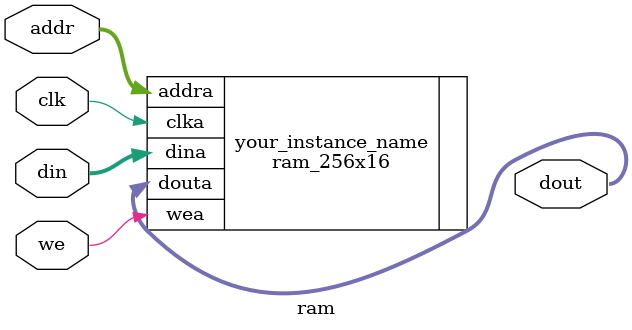
<source format=v>
`timescale 1ns / 1ps
/********************************************************************************
 *
 * Author:   Rosswell Tiongco
 * Email:    rosswelltiongco@gmail.com
 * Filename: ram.v
 * Date:     
 * Version:  1.1
 *
 * Description:     
 *
 *
 ********************************************************************************/
module ram(clk, we, addr, din, dout);
   input clk;
   input we;
   input [7:0] addr;
   input [15:0] din;
   output [15:0] dout;

   //FIXME: May be unnecessary
   /*
   always @ (we) begin
      if (we)
         dout <= din;
      else
         dout <= dout;
   end
   */
   
   //----------- Begin Cut here for INSTANTIATION Template ---// INST_TAG
   ram_256x16 your_instance_name (
  .clka(clk), // input clka
  .wea(we), // input [0 : 0] wea
  .addra(addr),   //Bus  [ 7:0]
  .dina(din),     //Bus  [15:0]
  .douta(dout)    //Bus  [15:0]
   );
   // INST_TAG_END ------ End INSTANTIATION Template ---------

endmodule

</source>
